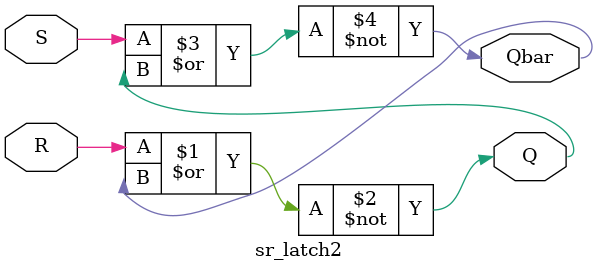
<source format=v>
module sr_latch2(Q, Qbar, S, R);
    input S,R;
    output Q, Qbar;

    assign Q = ~(R | Qbar);
    assign Qbar = ~(S | Q);
endmodule

//Here, I have used the structural(gate level) description of SR latch (Active High).
</source>
